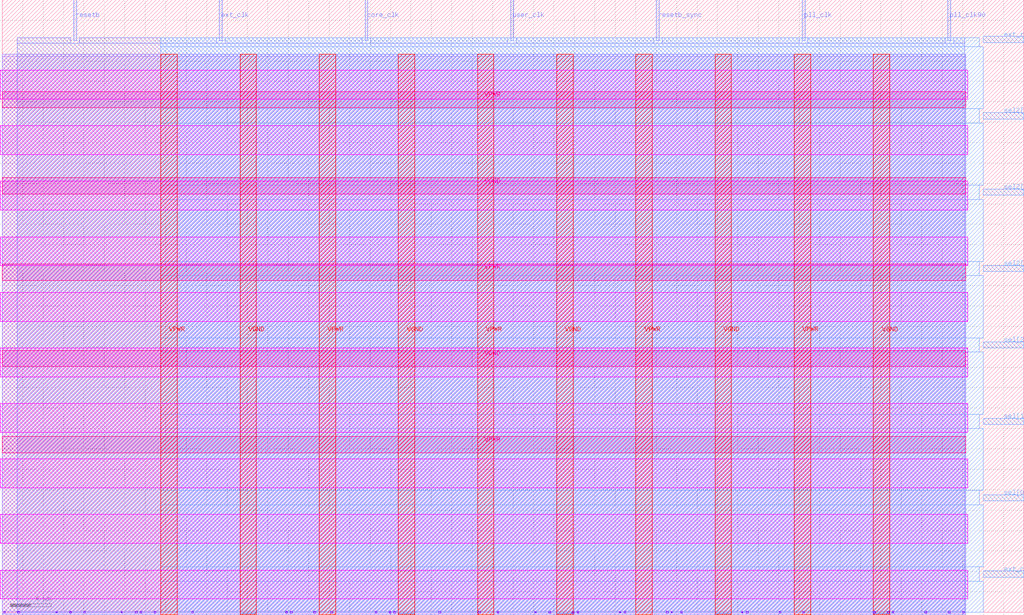
<source format=lef>
VERSION 5.7 ;
  NOWIREEXTENSIONATPIN ON ;
  DIVIDERCHAR "/" ;
  BUSBITCHARS "[]" ;
MACRO caravel_clocking
  CLASS BLOCK ;
  FOREIGN caravel_clocking ;
  ORIGIN 0.000 0.000 ;
  SIZE 100.000 BY 60.000 ;
  PIN VGND
    DIRECTION INPUT ;
    USE GROUND ;
    PORT
      LAYER met5 ;
        RECT 0.000 24.060 94.300 25.660 ;
    END
    PORT
      LAYER met5 ;
        RECT 0.000 40.960 94.300 42.560 ;
    END
    PORT
      LAYER met4 ;
        RECT 23.270 -0.240 24.870 54.640 ;
    END
    PORT
      LAYER met4 ;
        RECT 38.770 -0.240 40.370 54.640 ;
    END
    PORT
      LAYER met4 ;
        RECT 54.270 -0.240 55.870 54.640 ;
    END
    PORT
      LAYER met4 ;
        RECT 69.770 -0.240 71.370 54.640 ;
    END
    PORT
      LAYER met4 ;
        RECT 85.270 -0.240 86.870 54.640 ;
    END
  END VGND
  PIN VPWR
    DIRECTION INPUT ;
    USE POWER ;
    PORT
      LAYER met5 ;
        RECT 0.000 15.610 94.300 17.210 ;
    END
    PORT
      LAYER met5 ;
        RECT 0.000 32.510 94.300 34.110 ;
    END
    PORT
      LAYER met5 ;
        RECT 0.000 49.410 94.300 51.010 ;
    END
    PORT
      LAYER met4 ;
        RECT 15.520 -0.240 17.120 54.640 ;
    END
    PORT
      LAYER met4 ;
        RECT 31.020 -0.240 32.620 54.640 ;
    END
    PORT
      LAYER met4 ;
        RECT 46.520 -0.240 48.120 54.640 ;
    END
    PORT
      LAYER met4 ;
        RECT 62.020 -0.240 63.620 54.640 ;
    END
    PORT
      LAYER met4 ;
        RECT 77.520 -0.240 79.120 54.640 ;
    END
  END VPWR
  PIN core_clk
    DIRECTION OUTPUT TRISTATE ;
    USE SIGNAL ;
    PORT
      LAYER met2 ;
        RECT 35.510 56.000 35.790 60.000 ;
    END
  END core_clk
  PIN ext_clk
    DIRECTION INPUT ;
    USE SIGNAL ;
    PORT
      LAYER met2 ;
        RECT 21.250 56.000 21.530 60.000 ;
    END
  END ext_clk
  PIN ext_clk_sel
    DIRECTION INPUT ;
    USE SIGNAL ;
    PORT
      LAYER met3 ;
        RECT 96.000 3.440 100.000 4.040 ;
    END
  END ext_clk_sel
  PIN ext_reset
    DIRECTION INPUT ;
    USE SIGNAL ;
    PORT
      LAYER met3 ;
        RECT 96.000 55.800 100.000 56.400 ;
    END
  END ext_reset
  PIN pll_clk
    DIRECTION INPUT ;
    USE SIGNAL ;
    PORT
      LAYER met2 ;
        RECT 78.290 56.000 78.570 60.000 ;
    END
  END pll_clk
  PIN pll_clk90
    DIRECTION INPUT ;
    USE SIGNAL ;
    PORT
      LAYER met2 ;
        RECT 92.550 56.000 92.830 60.000 ;
    END
  END pll_clk90
  PIN resetb
    DIRECTION INPUT ;
    USE SIGNAL ;
    PORT
      LAYER met2 ;
        RECT 6.990 56.000 7.270 60.000 ;
    END
  END resetb
  PIN resetb_sync
    DIRECTION OUTPUT TRISTATE ;
    USE SIGNAL ;
    PORT
      LAYER met2 ;
        RECT 64.030 56.000 64.310 60.000 ;
    END
  END resetb_sync
  PIN sel2[0]
    DIRECTION INPUT ;
    USE SIGNAL ;
    PORT
      LAYER met3 ;
        RECT 96.000 33.360 100.000 33.960 ;
    END
  END sel2[0]
  PIN sel2[1]
    DIRECTION INPUT ;
    USE SIGNAL ;
    PORT
      LAYER met3 ;
        RECT 96.000 40.840 100.000 41.440 ;
    END
  END sel2[1]
  PIN sel2[2]
    DIRECTION INPUT ;
    USE SIGNAL ;
    PORT
      LAYER met3 ;
        RECT 96.000 48.320 100.000 48.920 ;
    END
  END sel2[2]
  PIN sel[0]
    DIRECTION INPUT ;
    USE SIGNAL ;
    PORT
      LAYER met3 ;
        RECT 96.000 10.920 100.000 11.520 ;
    END
  END sel[0]
  PIN sel[1]
    DIRECTION INPUT ;
    USE SIGNAL ;
    PORT
      LAYER met3 ;
        RECT 96.000 18.400 100.000 19.000 ;
    END
  END sel[1]
  PIN sel[2]
    DIRECTION INPUT ;
    USE SIGNAL ;
    PORT
      LAYER met3 ;
        RECT 96.000 25.880 100.000 26.480 ;
    END
  END sel[2]
  PIN user_clk
    DIRECTION OUTPUT TRISTATE ;
    USE SIGNAL ;
    PORT
      LAYER met2 ;
        RECT 49.770 56.000 50.050 60.000 ;
    END
  END user_clk
  OBS
      LAYER nwell ;
        RECT -0.190 50.265 94.490 53.095 ;
        RECT -0.190 44.825 94.490 47.655 ;
        RECT -0.190 39.385 94.490 42.215 ;
        RECT -0.190 33.945 94.490 36.775 ;
        RECT -0.190 28.505 94.490 31.335 ;
        RECT -0.190 23.065 94.490 25.895 ;
        RECT -0.190 17.625 94.490 20.455 ;
        RECT -0.190 12.185 94.490 15.015 ;
        RECT -0.190 6.745 94.490 9.575 ;
        RECT -0.190 1.305 94.490 4.135 ;
      LAYER pwell ;
        RECT 0.145 -0.085 0.315 0.085 ;
        RECT 1.525 -0.085 1.695 0.085 ;
        RECT 5.215 -0.050 5.375 0.060 ;
        RECT 6.585 -0.085 6.755 0.085 ;
        RECT 7.965 -0.085 8.135 0.085 ;
        RECT 11.640 -0.055 11.760 0.055 ;
        RECT 13.025 -0.085 13.195 0.085 ;
        RECT 13.485 -0.085 13.655 0.085 ;
        RECT 14.865 -0.085 15.035 0.085 ;
        RECT 18.545 -0.085 18.715 0.085 ;
        RECT 27.745 -0.085 27.915 0.085 ;
        RECT 28.205 -0.085 28.375 0.085 ;
        RECT 30.505 -0.085 30.675 0.085 ;
        RECT 32.160 -0.085 32.330 0.085 ;
        RECT 36.485 -0.085 36.655 0.085 ;
        RECT 37.865 -0.085 38.035 0.085 ;
        RECT 38.325 -0.085 38.495 0.085 ;
        RECT 42.740 -0.085 42.910 0.085 ;
        RECT 46.605 -0.085 46.775 0.085 ;
        RECT 48.445 -0.085 48.615 0.085 ;
        RECT 52.120 -0.055 52.240 0.055 ;
        RECT 53.510 -0.085 53.680 0.085 ;
        RECT 55.800 -0.085 55.970 0.085 ;
        RECT 56.265 -0.085 56.435 0.085 ;
        RECT 60.400 -0.055 60.520 0.055 ;
        RECT 60.865 -0.085 61.035 0.085 ;
        RECT 65.000 -0.085 65.170 0.085 ;
        RECT 65.460 -0.055 65.580 0.055 ;
        RECT 66.385 -0.085 66.555 0.085 ;
        RECT 72.360 -0.055 72.480 0.055 ;
        RECT 72.825 -0.085 72.995 0.085 ;
        RECT 76.045 -0.085 76.215 0.085 ;
        RECT 78.345 -0.085 78.515 0.085 ;
        RECT 85.250 -0.085 85.420 0.085 ;
        RECT 86.625 -0.085 86.795 0.085 ;
        RECT 87.085 -0.085 87.255 0.085 ;
        RECT 90.305 -0.085 90.475 0.085 ;
        RECT 92.605 -0.085 92.775 0.085 ;
        RECT 93.985 -0.085 94.155 0.085 ;
      LAYER li1 ;
        RECT 0.000 0.085 94.300 54.485 ;
      LAYER li1 ;
        RECT 0.000 -0.085 94.300 0.085 ;
      LAYER met1 ;
        RECT 0.000 -0.240 94.300 54.640 ;
      LAYER met2 ;
        RECT 1.480 55.720 6.710 56.285 ;
        RECT 7.550 55.720 20.970 56.285 ;
        RECT 21.810 55.720 35.230 56.285 ;
        RECT 36.070 55.720 49.490 56.285 ;
        RECT 50.330 55.720 63.750 56.285 ;
        RECT 64.590 55.720 78.010 56.285 ;
        RECT 78.850 55.720 92.270 56.285 ;
        RECT 93.110 55.720 94.210 56.285 ;
        RECT 1.480 0.000 94.210 55.720 ;
        RECT 23.300 -0.240 24.840 0.000 ;
        RECT 38.800 -0.240 40.340 0.000 ;
        RECT 54.300 -0.240 55.840 0.000 ;
        RECT 69.800 -0.240 71.340 0.000 ;
        RECT 85.300 -0.240 86.840 0.000 ;
      LAYER met3 ;
        RECT 15.520 55.400 95.600 56.265 ;
        RECT 15.520 49.320 96.000 55.400 ;
        RECT 15.520 47.920 95.600 49.320 ;
        RECT 15.520 41.840 96.000 47.920 ;
        RECT 15.520 40.440 95.600 41.840 ;
        RECT 15.520 34.360 96.000 40.440 ;
        RECT 15.520 32.960 95.600 34.360 ;
        RECT 15.520 26.880 96.000 32.960 ;
        RECT 15.520 25.480 95.600 26.880 ;
        RECT 15.520 19.400 96.000 25.480 ;
        RECT 15.520 18.000 95.600 19.400 ;
        RECT 15.520 11.920 96.000 18.000 ;
        RECT 15.520 10.520 95.600 11.920 ;
        RECT 15.520 4.440 96.000 10.520 ;
        RECT 15.520 3.040 95.600 4.440 ;
        RECT 15.520 0.000 96.000 3.040 ;
        RECT 23.270 -0.165 24.870 0.000 ;
        RECT 38.770 -0.165 40.370 0.000 ;
        RECT 54.270 -0.165 55.870 0.000 ;
        RECT 69.770 -0.165 71.370 0.000 ;
        RECT 85.270 -0.165 86.870 0.000 ;
  END
END caravel_clocking
END LIBRARY


</source>
